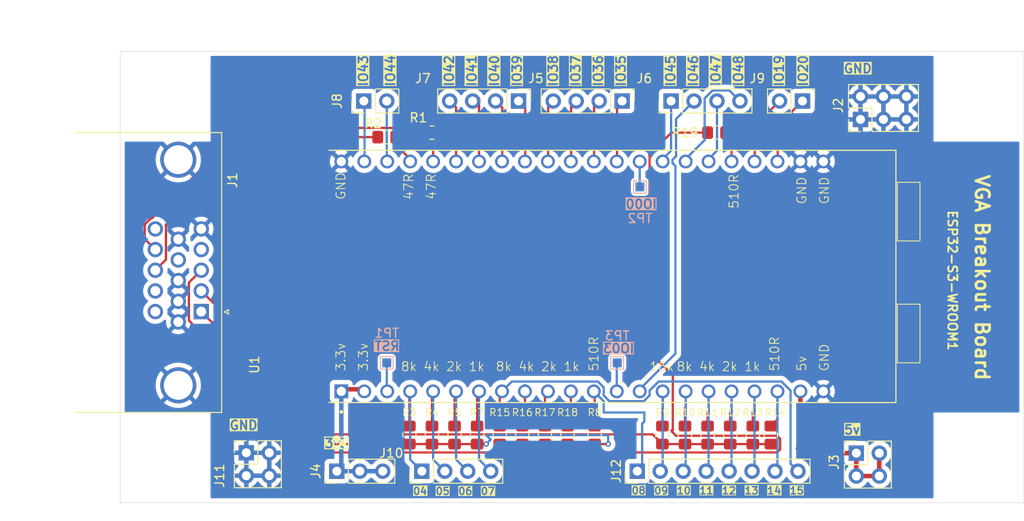
<source format=kicad_pcb>
(kicad_pcb (version 20240108) (generator "pcbnew") (generator_version "8.0")
  (layers (0 "F.Cu" signal) (31 "B.Cu" signal) (34 "B.Paste" user) (35 "F.Paste" user) (36 "B.SilkS" user "B.Silkscreen") (37 "F.SilkS" user "F.Silkscreen") (38 "B.Mask" user) (39 "F.Mask" user) (44 "Edge.Cuts" user))
  (net 0 "")
  (net 1 "HSYNC")
  (net 2 "RED")
  (net 4 "GREEN")
  (net 5 "Net-(J1-Pad13)")
  (net 7 "BLUE")
  (net 9 "Net-(J1-Pad14)")
  (net 12 "VSYNK")
  (net 13 "GND")
  (net 14 "/IO04")
  (net 15 "/IO05")
  (net 16 "/IO06")
  (net 17 "/IO07")
  (net 18 "/IO08")
  (net 19 "/IO09")
  (net 20 "/IO10")
  (net 21 "/IO11")
  (net 22 "/IO12")
  (net 23 "/IO13")
  (net 24 "/IO14")
  (net 25 "/IO15")
  (net 26 "/IO16")
  (net 27 "/IO17")
  (net 28 "/IO18")
  (net 29 "/IO21")
  (net 30 "/RST")
  (net 31 "/IO00")
  (net 32 "/IO03")
  (net 33 "/5v")
  (net 34 "/3v3")
  (net 35 "/IO36")
  (net 36 "/IO35")
  (net 37 "/IO37")
  (net 38 "/IO38")
  (net 39 "/IO45")
  (net 40 "/IO46")
  (net 41 "/IO48")
  (net 42 "/IO47")
  (net 43 "/IO41")
  (net 44 "/IO42")
  (net 45 "/IO39")
  (net 46 "/IO40")
  (net 47 "/IO19")
  (net 48 "/IO44")
  (net 49 "/IO43")
  (net 50 "/IO20")
  (footprint "vga:ESP32-S3-WROOM1" (layer "F.Cu") (at 104.47 74.93 90)
    (property "Reference" "U1")
    (property "Value" "ESP32-S3-DEVKITC-1-N8R2")
  )
  (footprint "Resistor_SMD:R_0805_2012Metric_Pad1.20x1.40mm_HandSolder" (layer "F.Cu") (at 99.5 92.5 90)
    (property "Reference" "R18")
    (property "Value" "1K")
  )
  (footprint "Connector_PinHeader_2.54mm:PinHeader_2x02_P2.54mm_Vertical" (layer "F.Cu") (at 63.96 94.46)
    (property "Reference" "J11")
    (property "Value" "Conn_02x02_Odd_Even")
  )
  (footprint "Library:DSUB-15-L77HDE15SD1CH4F" (layer "F.Cu") (at 45 74.495 90)
    (property "Reference" "J1")
    (property "Value" "DE15_Receptacle_HighDensity_MountingHoles")
  )
  (footprint "Connector_PinHeader_2.54mm:PinHeader_2x02_P2.54mm_Vertical" (layer "F.Cu") (at 131.46 94.5)
    (property "Reference" "J3")
    (property "Value" "Conn_02x02_Odd_Even")
  )
  (footprint "Connector_PinHeader_2.54mm:PinHeader_2x03_P2.54mm_Vertical" (layer "F.Cu") (at 131.92 57.54 90)
    (property "Reference" "J2")
    (property "Value" "Conn_02x03_Counter_Clockwise")
  )
  (footprint "Resistor_SMD:R_0805_2012Metric_Pad1.20x1.40mm_HandSolder" (layer "F.Cu") (at 117.5 92.5 90)
    (property "Reference" "R12")
    (property "Value" "2K")
  )
  (footprint "Resistor_SMD:R_0805_2012Metric_Pad1.20x1.40mm_HandSolder" (layer "F.Cu") (at 84.5 59)
    (property "Reference" "R1")
    (property "Value" "47")
  )
  (footprint "Resistor_SMD:R_0805_2012Metric_Pad1.20x1.40mm_HandSolder" (layer "F.Cu") (at 116 59)
    (property "Reference" "R19")
    (property "Value" "512")
  )
  (footprint "Resistor_SMD:R_0805_2012Metric_Pad1.20x1.40mm_HandSolder" (layer "F.Cu") (at 84.5 92.5 90)
    (property "Reference" "R4")
    (property "Value" "4K")
  )
  (footprint "MountingHole:MountingHole_3.2mm_M3" (layer "F.Cu") (at 55 55)
    (property "Reference" "H3" (hide yes))
    (property "Value" "MountingHole" (hide yes))
  )
  (footprint "Resistor_SMD:R_0805_2012Metric_Pad1.20x1.40mm_HandSolder" (layer "F.Cu") (at 102.5 92.5 90)
    (property "Reference" "R8")
    (property "Value" "512")
  )
  (footprint "Resistor_SMD:R_0805_2012Metric_Pad1.20x1.40mm_HandSolder" (layer "F.Cu") (at 97 92.5 90)
    (property "Reference" "R17")
    (property "Value" "2K")
  )
  (footprint "Resistor_SMD:R_0805_2012Metric_Pad1.20x1.40mm_HandSolder" (layer "F.Cu") (at 120 92.5 90)
    (property "Reference" "R13")
    (property "Value" "1K")
  )
  (footprint "Resistor_SMD:R_0805_2012Metric_Pad1.20x1.40mm_HandSolder" (layer "F.Cu") (at 110 92.5 90)
    (property "Reference" "R9")
    (property "Value" "16K")
  )
  (footprint "Resistor_SMD:R_0805_2012Metric_Pad1.20x1.40mm_HandSolder" (layer "F.Cu") (at 112.5 92.5 90)
    (property "Reference" "R10")
    (property "Value" "8K")
  )
  (footprint "Connector_PinHeader_2.54mm:PinHeader_1x03_P2.54mm_Vertical" (layer "F.Cu") (at 73.975 96.5 90)
    (property "Reference" "J4")
    (property "Value" "Conn_01x03")
  )
  (footprint "MountingHole:MountingHole_3.2mm_M3" (layer "F.Cu") (at 55 95)
    (property "Reference" "H3" (hide yes))
    (property "Value" "MountingHole" (hide yes))
  )
  (footprint "Connector_PinHeader_2.54mm:PinHeader_1x02_P2.54mm_Vertical" (layer "F.Cu") (at 125.5 55.5 -90)
    (property "Reference" "J9")
    (property "Value" "Conn_01x02")
  )
  (footprint "Resistor_SMD:R_0805_2012Metric_Pad1.20x1.40mm_HandSolder" (layer "F.Cu") (at 89.5 92.5 90)
    (property "Reference" "R7")
    (property "Value" "1K")
  )
  (footprint "MountingHole:MountingHole_3.2mm_M3" (layer "F.Cu") (at 145 95)
    (property "Reference" "H3" (hide yes))
    (property "Value" "MountingHole" (hide yes))
  )
  (footprint "Resistor_SMD:R_0805_2012Metric_Pad1.20x1.40mm_HandSolder" (layer "F.Cu") (at 94.5 92.5 90)
    (property "Reference" "R16")
    (property "Value" "4K")
  )
  (footprint "Resistor_SMD:R_0805_2012Metric_Pad1.20x1.40mm_HandSolder" (layer "F.Cu") (at 122 92.5 90)
    (property "Reference" "R14")
    (property "Value" "512")
  )
  (footprint "MountingHole:MountingHole_3.2mm_M3" (layer "F.Cu") (at 145 55)
    (property "Reference" "H3" (hide yes))
    (property "Value" "MountingHole" (hide yes))
  )
  (footprint "Resistor_SMD:R_0805_2012Metric_Pad1.20x1.40mm_HandSolder" (layer "F.Cu") (at 115 92.5 90)
    (property "Reference" "R11")
    (property "Value" "4K")
  )
  (footprint "Resistor_SMD:R_0805_2012Metric_Pad1.20x1.40mm_HandSolder" (layer "F.Cu") (at 82 92.5 90)
    (property "Reference" "R3")
    (property "Value" "8K")
  )
  (footprint "Connector_PinHeader_2.54mm:PinHeader_1x08_P2.54mm_Vertical" (layer "F.Cu") (at 107.22 96.5 90)
    (property "Reference" "J12")
    (property "Value" "Conn_01x08")
  )
  (footprint "Connector_PinHeader_2.54mm:PinHeader_1x02_P2.54mm_Vertical" (layer "F.Cu") (at 76.96 55.5 90)
    (property "Reference" "J8")
    (property "Value" "Conn_01x02")
  )
  (footprint "Connector_PinHeader_2.54mm:PinHeader_1x04_P2.54mm_Vertical" (layer "F.Cu") (at 94.08 55.5 -90)
    (property "Reference" "J7")
    (property "Value" "Conn_01x04")
  )
  (footprint "Connector_PinHeader_2.54mm:PinHeader_1x04_P2.54mm_Vertical" (layer "F.Cu") (at 105.54 55.5 -90)
    (property "Reference" "J5")
    (property "Value" "Conn_01x04")
  )
  (footprint "Connector_PinHeader_2.54mm:PinHeader_1x04_P2.54mm_Vertical" (layer "F.Cu") (at 83.38 96.5 90)
    (property "Reference" "J10")
    (property "Value" "Conn_01x04")
  )
  (footprint "Resistor_SMD:R_0805_2012Metric_Pad1.20x1.40mm_HandSolder" (layer "F.Cu") (at 79.5 59.5)
    (property "Reference" "R2")
    (property "Value" "47")
  )
  (footprint "Resistor_SMD:R_0805_2012Metric_Pad1.20x1.40mm_HandSolder" (layer "F.Cu") (at 92 92.5 90)
    (property "Reference" "R15")
    (property "Value" "8K")
  )
  (footprint "Resistor_SMD:R_0805_2012Metric_Pad1.20x1.40mm_HandSolder" (layer "F.Cu") (at 87 92.5 90)
    (property "Reference" "R5")
    (property "Value" "2K")
  )
  (footprint "Connector_PinHeader_2.54mm:PinHeader_1x04_P2.54mm_Vertical" (layer "F.Cu") (at 110.96 55.5 90)
    (property "Reference" "J6")
    (property "Value" "Conn_01x04")
  )
  (footprint "TestPoint:TestPoint_Pad_1.0x1.0mm" (layer "B.Cu") (at 79.5 84.5 180)
    (property "Reference" "TP1")
    (property "Value" "TestPoint")
  )
  (footprint "TestPoint:TestPoint_Pad_1.0x1.0mm" (layer "B.Cu") (at 105 84.5 180)
    (property "Reference" "TP3")
    (property "Value" "TestPoint")
  )
  (footprint "TestPoint:TestPoint_Pad_1.0x1.0mm" (layer "B.Cu") (at 107.51 65.01 180)
    (property "Reference" "TP2")
    (property "Value" "TestPoint")
  )
  (gr_rect (start 136 64.5) (end 138.5 71) (stroke (width 0.1)) (fill none) (layer "F.SilkS"))
  (gr_rect (start 136 78) (end 138.5 84.5) (stroke (width 0.1)) (fill none) (layer "F.SilkS"))
  (gr_rect (start 50 50) (end 150 100) (stroke (width 0.05)) (fill none) (layer "Edge.Cuts"))
  (gr_text "IO03" (at 107 83.5 0) (layer "B.SilkS" knockout) (effects (font (size 1 1) (thickness 0.2) (bold yes)) (justify left bottom mirror)))
  (gr_text "RST" (at 81.023086 83.232799 0) (layer "B.SilkS" knockout) (effects (font (size 1 1) (thickness 0.2) (bold yes)) (justify left bottom mirror)))
  (gr_text "IO00" (at 109.51 67.51 0) (layer "B.SilkS" knockout) (effects (font (size 1 1) (thickness 0.2) (bold yes)) (justify left bottom mirror)))
  (gr_text "ESP32-S3-WROOM1 " (at 141.5 67.5 270) (layer "F.SilkS") (effects (font (size 1 1) (thickness 0.2) (bold yes)) (justify left bottom)))
  (gr_text "2k" (at 116.5 85.5 0) (layer "F.SilkS") (effects (font (size 1 1) (thickness 0.1)) (justify left bottom)))
  (gr_text "IO43" (at 77.5 54 90) (layer "F.SilkS" knockout) (effects (font (size 1 1) (thickness 0.2) (bold yes)) (justify left bottom)))
  (gr_text "IO38" (at 98.5 54 90) (layer "F.SilkS" knockout) (effects (font (size 1 1) (thickness 0.2) (bold yes)) (justify left bottom)))
  (gr_text "14" (at 121.5 99.126434 0) (layer "F.SilkS" knockout) (effects (font (size 0.8 0.8) (thickness 0.16) (bold yes)) (justify left bottom)))
  (gr_text "15" (at 124 99.126434 0) (layer "F.SilkS" knockout) (effects (font (size 0.8 0.8) (thickness 0.16) (bold yes)) (justify left bottom)))
  (gr_text "IO36" (at 103.5 54 90) (layer "F.SilkS" knockout) (effects (font (size 1 1) (thickness 0.2) (bold yes)) (justify left bottom)))
  (gr_text "5v" (at 130 92.5 0) (layer "F.SilkS" knockout) (effects (font (size 1 1) (thickness 0.2) (bold yes)) (justify left bottom)))
  (gr_text "IO48" (at 119 54 90) (layer "F.SilkS" knockout) (effects (font (size 1 1) (thickness 0.2) (bold yes)) (justify left bottom)))
  (gr_text "8k" (at 91.5 85.5 0) (layer "F.SilkS") (effects (font (size 1 1) (thickness 0.1)) (justify left bottom)))
  (gr_text "IO47" (at 116.5 54 90) (layer "F.SilkS" knockout) (effects (font (size 1 1) (thickness 0.2) (bold yes)) (justify left bottom)))
  (gr_text "VGA Breakout Board" (at 144.5 63.5 -90) (layer "F.SilkS") (effects (font (size 1.5 1.5) (thickness 0.3) (bold yes)) (justify left bottom)))
  (gr_text "3.3v" (at 75 85.5 90) (layer "F.SilkS") (effects (font (size 1 1) (thickness 0.1)) (justify left bottom)))
  (gr_text "IO45" (at 111.5 54 90) (layer "F.SilkS" knockout) (effects (font (size 1 1) (thickness 0.2) (bold yes)) (justify left bottom)))
  (gr_text "IO39" (at 94.5 54 90) (layer "F.SilkS" knockout) (effects (font (size 1 1) (thickness 0.2) (bold yes)) (justify left bottom)))
  (gr_text "IO41\n" (at 89.5 54 90) (layer "F.SilkS" knockout) (effects (font (size 1 1) (thickness 0.2) (bold yes)) (justify left bottom)))
  (gr_text "IO46" (at 114 54 90) (layer "F.SilkS" knockout) (effects (font (size 1 1) (thickness 0.2) (bold yes)) (justify left bottom)))
  (gr_text "GND" (at 128.5 85.5 90) (layer "F.SilkS") (effects (font (size 1 1) (thickness 0.1)) (justify left bottom)))
  (gr_text "GND" (at 62 92 0) (layer "F.SilkS" knockout) (effects (font (size 1 1) (thickness 0.2) (bold yes)) (justify left bottom)))
  (gr_text "1k" (at 119 85.5 0) (layer "F.SilkS") (effects (font (size 1 1) (thickness 0.1)) (justify left bottom)))
  (gr_text "GND" (at 75 66.5 90) (layer "F.SilkS") (effects (font (size 1 1) (thickness 0.1)) (justify left bottom)))
  (gr_text "12" (at 116.5 99.126434 0) (layer "F.SilkS" knockout) (effects (font (size 0.8 0.8) (thickness 0.16) (bold yes)) (justify left bottom)))
  (gr_text "16k" (at 108.5 85.5 0) (layer "F.SilkS") (effects (font (size 1 1) (thickness 0.1)) (justify left bottom)))
  (gr_text "4k" (at 83.5 85.5 0) (layer "F.SilkS") (effects (font (size 1 1) (thickness 0.1)) (justify left bottom)))
  (gr_text "1k" (at 99 85.5 0) (layer "F.SilkS") (effects (font (size 1 1) (thickness 0.1)) (justify left bottom)))
  (gr_text "GND" (at 129.96 52.5 0) (layer "F.SilkS" knockout) (effects (font (size 1 1) (thickness 0.2) (bold yes)) (justify left bottom)))
  (gr_text "10" (at 111.5 99.126434 0) (layer "F.SilkS" knockout) (effects (font (size 0.8 0.8) (thickness 0.16) (bold yes)) (justify left bottom)))
  (gr_text "IO19\n" (at 123.5 54 90) (layer "F.SilkS" knockout) (effects (font (size 1 1) (thickness 0.2) (bold yes)) (justify left bottom)))
  (gr_text "IO42" (at 87 54 90) (layer "F.SilkS" knockout) (effects (font (size 1 1) (thickness 0.2) (bold yes)) (justify left bottom)))
  (gr_text "IO40\n" (at 92 54 90) (layer "F.SilkS" knockout) (effects (font (size 1 1) (thickness 0.2) (bold yes)) (justify left bottom)))
  (gr_text "11" (at 114 99.126434 0) (layer "F.SilkS" knockout) (effects (font (size 0.8 0.8) (thickness 0.16) (bold yes)) (justify left bottom)))
  (gr_text "GND" (at 126 67 90) (layer "F.SilkS") (effects (font (size 1 1) (thickness 0.1)) (justify left bottom)))
  (gr_text "13" (at 119 99.126434 0) (layer "F.SilkS" knockout) (effects (font (size 0.8 0.8) (thickness 0.16) (bold yes)) (justify left bottom)))
  (gr_text "IO20" (at 126.165 54 90) (layer "F.SilkS" knockout) (effects (font (size 1 1) (thickness 0.2) (bold yes)) (justify left bottom)))
  (gr_text "05" (at 84.819423 99.192387 0) (layer "F.SilkS" knockout) (effects (font (size 0.8 0.8) (thickness 0.16) (bold yes)) (justify left bottom)))
  (gr_text "08" (at 106.5 99.126434 0) (layer "F.SilkS" knockout) (effects (font (size 0.8 0.8) (thickness 0.16) (bold yes)) (justify left bottom)))
  (gr_text "47R" (at 82.5 66.5 90) (layer "F.SilkS") (effects (font (size 1 1) (thickness 0.1)) (justify left bottom)))
  (gr_text "4k" (at 114 85.5 0) (layer "F.SilkS") (effects (font (size 1 1) (thickness 0.1)) (justify left bottom)))
  (gr_text "4k" (at 94 85.5 0) (layer "F.SilkS") (effects (font (size 1 1) (thickness 0.1)) (justify left bottom)))
  (gr_text "3v3" (at 72.5 94 0) (layer "F.SilkS" knockout) (effects (font (size 1 1) (thickness 0.2) (bold yes)) (justify left bottom)))
  (gr_text "GND" (at 128.5 67 90) (layer "F.SilkS") (effects (font (size 1 1) (thickness 0.1)) (justify left bottom)))
  (gr_text "2k" (at 86 85.5 0) (layer "F.SilkS") (effects (font (size 1 1) (thickness 0.1)) (justify left bottom)))
  (gr_text "510R" (at 103 85.5 90) (layer "F.SilkS") (effects (font (size 1 1) (thickness 0.1)) (justify left bottom)))
  (gr_text "510R" (at 123 85.5 90) (layer "F.SilkS") (effects (font (size 1 1) (thickness 0.1)) (justify left bottom)))
  (gr_text "5v" (at 126 85.5 90) (layer "F.SilkS") (effects (font (size 1 1) (thickness 0.1)) (justify left bottom)))
  (gr_text "IO37" (at 101 54 90) (layer "F.SilkS" knockout) (effects (font (size 1 1) (thickness 0.2) (bold yes)) (justify left bottom)))
  (gr_text "47R" (at 85 66.5 90) (layer "F.SilkS") (effects (font (size 1 1) (thickness 0.1)) (justify left bottom)))
  (gr_text "8k" (at 111.5 85.5 0) (layer "F.SilkS") (effects (font (size 1 1) (thickness 0.1)) (justify left bottom)))
  (gr_text "09" (at 109 99.126434 0) (layer "F.SilkS" knockout) (effects (font (size 0.8 0.8) (thickness 0.16) (bold yes)) (justify left bottom)))
  (gr_text "IO35" (at 106 54 90) (layer "F.SilkS" knockout) (effects (font (size 1 1) (thickness 0.2) (bold yes)) (justify left bottom)))
  (gr_text "IO44" (at 80.5 54 90) (layer "F.SilkS" knockout) (effects (font (size 1 1) (thickness 0.2) (bold yes)) (justify left bottom)))
  (gr_text "06" (at 87.319423 99.192387 0) (layer "F.SilkS" knockout) (effects (font (size 0.8 0.8) (thickness 0.16) (bold yes)) (justify left bottom)))
  (gr_text "2k" (at 96.5 85.5 0) (layer "F.SilkS") (effects (font (size 1 1) (thickness 0.1)) (justify left bottom)))
  (gr_text "3.3v" (at 77.5 85.5 90) (layer "F.SilkS") (effects (font (size 1 1) (thickness 0.1)) (justify left bottom)))
  (gr_text "07" (at 89.819423 99.192387 0) (layer "F.SilkS" knockout) (effects (font (size 0.8 0.8) (thickness 0.16) (bold yes)) (justify left bottom)))
  (gr_text "1k" (at 88.5 85.5 0) (layer "F.SilkS") (effects (font (size 1 1) (thickness 0.1)) (justify left bottom)))
  (gr_text "8k" (at 81 85.5 0) (layer "F.SilkS") (effects (font (size 1 1) (thickness 0.1)) (justify left bottom)))
  (gr_text "510R" (at 118.5 67.5 90) (layer "F.SilkS") (effects (font (size 1 1) (thickness 0.1)) (justify left bottom)))
  (gr_text "04" (at 82.319423 99.192387 0) (layer "F.SilkS" knockout) (effects (font (size 0.8 0.8) (thickness 0.16) (bold yes)) (justify left bottom)))
  (segment (start 80.5 59.5) (end 80.5 60.34) (width 0.25) (layer "F.Cu") (net 1))
  (segment (start 80.5 60.34) (end 82.09 61.93) (width 0.25) (layer "F.Cu") (net 1))
  (segment (start 102.5 93.5) (end 104 93.5) (width 0.25) (layer "F.Cu") (net 2))
  (segment (start 82 93.5) (end 89.5 93.5) (width 0.25) (layer "F.Cu") (net 2))
  (segment (start 82 93.5) (end 72.5 93.5) (width 0.25) (layer "F.Cu") (net 2))
  (segment (start 72.145 92) (end 72.145 93.145) (width 0.25) (layer "F.Cu") (net 2))
  (segment (start 58.97 78.825) (end 72.145 92) (width 0.25) (layer "F.Cu") (net 2))
  (segment (start 89.5 93.5) (end 90.5 93.5) (width 0.25) (layer "F.Cu") (net 2))
  (segment (start 72.145 93.145) (end 72.5 93.5) (width 0.25) (layer "F.Cu") (net 2))
  (via (at 90.5 93.5) (size 0.6) (drill 0.3) (layers "F.Cu" "B.Cu") (net 2))
  (via (at 104 93.5) (size 0.6) (drill 0.3) (layers "F.Cu" "B.Cu") (net 2))
  (segment (start 104 93.5) (end 104 92.5) (width 0.25) (layer "B.Cu") (net 2))
  (segment (start 104 92.5) (end 90.5 92.5) (width 0.25) (layer "B.Cu") (net 2))
  (segment (start 90.5 92.5) (end 91 93) (width 0.25) (layer "B.Cu") (net 2))
  (segment (start 90.5 93.5) (end 91 93) (width 0.25) (layer "B.Cu") (net 2))
  (segment (start 73.36 92.285) (end 73.5 92.425) (width 0.25) (layer "F.Cu") (net 4))
  (segment (start 73.36 90.925) (end 73.36 92.285) (width 0.25) (layer "F.Cu") (net 4))
  (segment (start 108.925 92.425) (end 73.5 92.425) (width 0.25) (layer "F.Cu") (net 4))
  (segment (start 73.5 92.425) (end 73.36 92.425) (width 0.25) (layer "F.Cu") (net 4))
  (segment (start 73.36 90.925) (end 58.97 76.535) (width 0.25) (layer "F.Cu") (net 4))
  (segment (start 122 93.5) (end 110 93.5) (width 0.25) (layer "F.Cu") (net 4))
  (segment (start 110 93.5) (end 108.925 92.425) (width 0.25) (layer "F.Cu") (net 4))
  (segment (start 78.5 59.5) (end 66 59.5) (width 0.25) (layer "F.Cu") (net 5))
  (segment (start 55.065 73.07) (end 53.89 74.245) (width 0.25) (layer "F.Cu") (net 5))
  (segment (start 66 59.5) (end 56.321701 69.178299) (width 0.25) (layer "F.Cu") (net 5))
  (segment (start 56.321701 69.178299) (end 55.065 69.178299) (width 0.25) (layer "F.Cu") (net 5))
  (segment (start 55.065 69.178299) (end 55.065 73.07) (width 0.25) (layer "F.Cu") (net 5))
  (segment (start 111.0299 91.9701) (end 111.0299 92.1) (width 0.25) (layer "F.Cu") (net 7))
  (segment (start 111.120746 85.879254) (end 111.15 85.908507) (width 0.25) (layer "F.Cu") (net 7))
  (segment (start 123.025 92.9049) (end 123.025 94.0951) (width 0.25) (layer "F.Cu") (net 7))
  (segment (start 108.58 83.338508) (end 111.120746 85.879254) (width 0.25) (layer "F.Cu") (net 7))
  (segment (start 123.025 94.0951) (end 122.6951 94.425) (width 0.25) (layer "F.Cu") (net 7))
  (segment (start 92 93.5) (end 99.375 93.5) (width 0.25) (layer "F.Cu") (net 7))
  (segment (start 122.6951 92.575) (end 123.025 92.9049) (width 0.25) (layer "F.Cu") (net 7))
  (segment (start 111.15 91.9701) (end 111.0299 91.9701) (width 0.25) (layer "F.Cu") (net 7))
  (segment (start 70.72 92.925) (end 57.605 79.81) (width 0.25) (layer "F.Cu") (net 7))
  (segment (start 111 59) (end 115 59) (width 0.25) (layer "F.Cu") (net 7))
  (segment (start 92 93.5) (end 91.075 94.425) (width 0.25) (layer "F.Cu") (net 7))
  (segment (start 108.58 61.478507) (end 108.550747 61.449253) (width 0.25) (layer "F.Cu") (net 7))
  (segment (start 91.075 94.425) (end 70.72 94.425) (width 0.25) (layer "F.Cu") (net 7))
  (segment (start 57.605 75.61) (end 58.97 74.245) (width 0.25) (layer "F.Cu") (net 7))
  (segment (start 111.0299 92.1) (end 111.5049 92.575) (width 0.25) (layer "F.Cu") (net 7))
  (segment (start 108.550747 61.449253) (end 111 59) (width 0.25) (layer "F.Cu") (net 7))
  (segment (start 100.425 94.425) (end 99.5 93.5) (width 0.25) (layer "F.Cu") (net 7))
  (segment (start 57.605 79.81) (end 57.605 75.61) (width 0.25) (layer "F.Cu") (net 7))
  (segment (start 108.550747 61.449253) (end 108.58 61.478506) (width 0.25) (layer "F.Cu") (net 7))
  (segment (start 122.6951 94.425) (end 100.425 94.425) (width 0.25) (layer "F.Cu") (net 7))
  (segment (start 111.15 85.908507) (end 111.15 91.9701) (width 0.25) (layer "F.Cu") (net 7))
  (segment (start 111.5049 92.575) (end 122.6951 92.575) (width 0.25) (layer "F.Cu") (net 7))
  (segment (start 108.58 61.478506) (end 108.58 83.338508) (width 0.25) (layer "F.Cu") (net 7))
  (segment (start 70.72 92.925) (end 70.72 94.425) (width 0.25) (layer "F.Cu") (net 7))
  (segment (start 63.525 58.475) (end 53.51 68.49) (width 0.25) (layer "F.Cu") (net 9))
  (segment (start 52.715 70.78) (end 53.89 71.955) (width 0.25) (layer "F.Cu") (net 9))
  (segment (start 52.715 69.178299) (end 52.715 70.78) (width 0.25) (layer "F.Cu") (net 9))
  (segment (start 53.51 68.49) (end 53.403299 68.49) (width 0.25) (layer "F.Cu") (net 9))
  (segment (start 83.5 59) (end 82.975 58.475) (width 0.25) (layer "F.Cu") (net 9))
  (segment (start 82.975 58.475) (end 63.525 58.475) (width 0.25) (layer "F.Cu") (net 9))
  (segment (start 53.403299 68.49) (end 52.715 69.178299) (width 0.25) (layer "F.Cu") (net 9))
  (segment (start 84.63 61.93) (end 84.63 59.87) (width 0.25) (layer "F.Cu") (net 12))
  (segment (start 84.63 59.87) (end 85.5 59) (width 0.25) (layer "F.Cu") (net 12))
  (segment (start 82 87.52) (end 82 91.5) (width 0.25) (layer "F.Cu") (net 14))
  (segment (start 82.09 87.43) (end 82 87.52) (width 0.25) (layer "F.Cu") (net 14))
  (segment (start 82.09 87.66) (end 82.09 95.21) (width 0.25) (layer "B.Cu") (net 14))
  (segment (start 82.09 95.21) (end 83.38 96.5) (width 0.25) (layer "B.Cu") (net 14))
  (segment (start 84.5 87.56) (end 84.5 91.5) (width 0.25) (layer "F.Cu") (net 15))
  (segment (start 84.63 87.43) (end 84.5 87.56) (width 0.25) (layer "F.Cu") (net 15))
  (segment (start 84.63 87.66) (end 84.63 95.21) (width 0.25) (layer "B.Cu") (net 15))
  (segment (start 84.63 95.21) (end 85.92 96.5) (width 0.25) (layer "B.Cu") (net 15))
  (segment (start 87 87.6) (end 87.17 87.43) (width 0.25) (layer "F.Cu") (net 16))
  (segment (start 87 91.5) (end 87 87.6) (width 0.25) (layer "F.Cu") (net 16))
  (segment (start 87.17 91.33) (end 87 91.5) (width 0.25) (layer "F.Cu") (net 16))
  (segment (start 87.17 87.66) (end 87.17 95.21) (width 0.25) (layer "B.Cu") (net 16))
  (segment (start 87.17 95.21) (end 88.46 96.5) (width 0.25) (layer "B.Cu") (net 16))
  (segment (start 89.5 87.64) (end 89.71 87.43) (width 0.25) (layer "F.Cu") (net 17))
  (segment (start 89.5 91.5) (end 89.5 87.64) (width 0.25) (layer "F.Cu") (net 17))
  (segment (start 89.71 87.66) (end 89.71 95.21) (width 0.25) (layer "B.Cu") (net 17))
  (segment (start 89.71 95.21) (end 91 96.5) (width 0.25) (layer "B.Cu") (net 17))
  (segment (start 102.41 87.43) (end 102.5 87.52) (width 0.25) (layer "F.Cu") (net 18))
  (segment (start 102.5 87.52) (end 102.5 91.5) (width 0.25) (layer "F.Cu") (net 18))
  (segment (start 108 91) (end 107.76 91.24) (width 0.25) (layer "B.Cu") (net 18))
  (segment (start 107.76 91.24) (end 107.76 96.5) (width 0.25) (layer "B.Cu") (net 18))
  (segment (start 108 90) (end 108 91) (width 0.25) (layer "B.Cu") (net 18))
  (segment (start 103.5 90) (end 108 90) (width 0.25) (layer "B.Cu") (net 18))
  (segment (start 103.5 88.75) (end 103.5 90) (width 0.25) (layer "B.Cu") (net 18))
  (segment (start 102.41 87.66) (end 103.5 88.75) (width 0.25) (layer "B.Cu") (net 18))
  (segment (start 110.06 91.44) (end 110 91.5) (width 0.25) (layer "F.Cu") (net 19))
  (segment (start 110 89.56) (end 110 91.5) (width 0.25) (layer "F.Cu") (net 19))
  (segment (start 110 89.56) (end 110.03 89.53) (width 0.25) (layer "F.Cu") (net 19))
  (segment (start 110.03 89.53) (end 110.03 87.43) (width 0.25) (layer "F.Cu") (net 19))
  (segment (start 110.03 96.15) (end 110.38 96.5) (width 0.25) (layer "B.Cu") (net 19))
  (segment (start 110.03 87.66) (end 110.03 96.15) (width 0.25) (layer "B.Cu") (net 19))
  (segment (start 112.5 91.5) (end 112.5 89.5) (width 0.25) (layer "F.Cu") (net 20))
  (segment (start 112.5 89.5) (end 112.57 89.43) (width 0.25) (layer "F.Cu") (net 20))
  (segment (start 112.57 89.43) (end 112.57 87.43) (width 0.25) (layer "F.Cu") (net 20))
  (segment (start 112.6 91.4) (end 112.5 91.5) (width 0.25) (layer "F.Cu") (net 20))
  (segment (start 112.57 87.66) (end 112.57 96.15) (width 0.25) (layer "B.Cu") (net 20))
  (segment (start 112.57 96.15) (end 112.92 96.5) (width 0.25) (layer "B.Cu") (net 20))
  (segment (start 115 90) (end 115 91.5) (width 0.25) (layer "F.Cu") (net 21))
  (segment (start 115.11 89.83) (end 115.11 87.43) (width 0.25) (layer "F.Cu") (net 21))
  (segment (start 115.14 89.86) (end 115.11 89.83) (width 0.25) (layer "F.Cu") (net 21))
  (segment (start 115.14 91.36) (end 115 91.5) (width 0.25) (layer "F.Cu") (net 21))
  (segment (start 115.14 89.86) (end 115 90) (width 0.25) (layer "F.Cu") (net 21))
  (segment (start 115.11 87.66) (end 115.11 96.15) (width 0.25) (layer "B.Cu") (net 21))
  (segment (start 115.11 96.15) (end 115.46 96.5) (width 0.25) (layer "B.Cu") (net 21))
  (segment (start 117.68 89.82) (end 117.65 89.79) (width 0.25) (layer "F.Cu") (net 22))
  (segment (start 117.68 89.82) (end 117.5 90) (width 0.25) (layer "F.Cu") (net 22))
  (segment (start 117.5 90) (end 117.5 91.5) (width 0.25) (layer "F.Cu") (net 22))
  (segment (start 117.68 91.32) (end 117.5 91.5) (width 0.25) (layer "F.Cu") (net 22))
  (segment (start 117.65 89.79) (end 117.65 87.43) (width 0.25) (layer "F.Cu") (net 22))
  (segment (start 117.65 87.66) (end 117.65 96.15) (width 0.25) (layer "B.Cu") (net 22))
  (segment (start 117.65 96.15) (end 118 96.5) (width 0.25) (layer "B.Cu") (net 22))
  (segment (start 120.19 89.75) (end 120.19 87.43) (width 0.25) (layer "F.Cu") (net 23))
  (segment (start 120 90) (end 120 91.5) (width 0.25) (layer "F.Cu") (net 23))
  (segment (start 120.22 89.78) (end 120 90) (width 0.25) (layer "F.Cu") (net 23))
  (segment (start 120.22 91.28) (end 120 91.5) (width 0.25) (layer "F.Cu") (net 23))
  (segment (start 120.22 89.78) (end 120.19 89.75) (width 0.25) (layer "F.Cu") (net 23))
  (segment (start 120.19 87.66) (end 120.19 96.33) (width 0.25) (layer "B.Cu") (net 23))
  (segment (start 120.19 96.33) (end 120.335 96.475) (width 0.2) (layer "B.Cu") (net 23))
  (segment (start 122.73 90.71) (end 122.73 87.43) (width 0.25) (layer "F.Cu") (net 24))
  (segment (start 122.76 90.74) (end 122 91.5) (width 0.25) (layer "F.Cu") (net 24))
  (segment (start 122.76 90.74) (end 122.73 90.71) (width 0.25) (layer "F.Cu") (net 24))
  (segment (start 122.73 96.33) (end 122.875 96.475) (width 0.2) (layer "B.Cu") (net 24))
  (segment (start 122.73 87.66) (end 122.73 96.33) (width 0.25) (layer "B.Cu") (net 24))
  (segment (start 92 87.68) (end 92 91.5) (width 0.25) (layer "F.Cu") (net 25))
  (segment (start 92.25 87.43) (end 92 87.68) (width 0.25) (layer "F.Cu") (net 25))
  (segment (start 124.18 95.68) (end 125 96.5) (width 0.25) (layer "B.Cu") (net 25))
  (segment (start 103.5 87.208507) (end 103.5 88.111493) (width 0.25) (layer "B.Cu") (net 25))
  (segment (start 124.18 87.568507) (end 124.18 95.68) (width 0.25) (layer "B.Cu") (net 25))
  (segment (start 109.578507 86.57) (end 123.181493 86.57) (width 0.25) (layer "B.Cu") (net 25))
  (segment (start 107.941493 88.75) (end 108.58 88.111493) (width 0.25) (layer "B.Cu") (net 25))
  (segment (start 103.5 88.111493) (end 104.138507 88.75) (width 0.25) (layer "B.Cu") (net 25))
  (segment (start 93.34 86.57) (end 102.861493 86.57) (width 0.25) (layer "B.Cu") (net 25))
  (segment (start 108.58 87.568507) (end 109.578507 86.57) (width 0.25) (layer "B.Cu") (net 25))
  (segment (start 123.181493 86.57) (end 124.18 87.568507) (width 0.25) (layer "B.Cu") (net 25))
  (segment (start 92.25 87.66) (end 93.34 86.57) (width 0.25) (layer "B.Cu") (net 25))
  (segment (start 104.138507 88.75) (end 107.941493 88.75) (width 0.25) (layer "B.Cu") (net 25))
  (segment (start 108.58 88.111493) (end 108.58 87.568507) (width 0.25) (layer "B.Cu") (net 25))
  (segment (start 102.861493 86.57) (end 103.5 87.208507) (width 0.25) (layer "B.Cu") (net 25))
  (segment (start 94.79 91.21) (end 94.5 91.5) (width 0.25) (layer "F.Cu") (net 26))
  (segment (start 94.79 86.97) (end 94.79 91.21) (width 0.25) (layer "F.Cu") (net 26))
  (segment (start 97 87.76) (end 97 91.5) (width 0.25) (layer "F.Cu") (net 27))
  (segment (start 97.33 87.43) (end 97 87.76) (width 0.25) (layer "F.Cu") (net 27))
  (segment (start 99.87 91.13) (end 99.5 91.5) (width 0.25) (layer "F.Cu") (net 28))
  (segment (start 99.87 87.13) (end 99.87 91.13) (width 0.25) (layer "F.Cu") (net 28))
  (segment (start 117.65 60.65) (end 117.65 61.93) (width 0.25) (layer "F.Cu") (net 29))
  (segment (start 117 59) (end 117 60) (width 0.25) (layer "F.Cu") (net 29))
  (segment (start 117 60) (end 117.65 60.65) (width 0.25) (layer "F.Cu") (net 29))
  (segment (start 79.5 87.61) (end 79.55 87.66) (width 0.25) (layer "B.Cu") (net 30))
  (segment (start 79.5 84.5) (end 79.5 87.61) (width 0.25) (layer "B.Cu") (net 30))
  (segment (start 107.49 62.2) (end 107.49 64.99) (width 0.25) (layer "B.Cu") (net 31))
  (segment (start 107.49 64.99) (end 107.51 65.01) (width 0.25) (layer "B.Cu") (net 31))
  (segment (start 107.5 65) (end 107.51 65.01) (width 0.25) (layer "B.Cu") (net 31))
  (segment (start 104.95 84.55) (end 105 84.5) (width 0.25) (layer "B.Cu") (net 32))
  (segment (start 104.95 87.66) (end 104.95 84.55) (width 0.25) (layer "B.Cu") (net 32))
  (segment (start 134 94.5) (end 134 97.04) (width 0.5) (layer "F.Cu") (net 33))
  (segment (start 125.27 93.73) (end 125 94) (width 0.5) (layer "F.Cu") (net 33))
  (segment (start 131.46 97.04) (end 134 97.04) (width 0.5) (layer "F.Cu") (net 33))
  (segment (start 125 94) (end 125.5 94.5) (width 0.5) (layer "F.Cu") (net 33))
  (segment (start 125.5 94.5) (end 131.46 94.5) (width 0.5) (layer "F.Cu") (net 33))
  (segment (start 125.27 87.66) (end 125.27 93.73) (width 0.5) (layer "F.Cu") (net 33))
  (segment (start 125.27 87.43) (end 125.3 87.46) (width 0.5) (layer "F.Cu") (net 33))
  (segment (start 131.46 94.5) (end 131.46 97.04) (width 0.5) (layer "F.Cu") (net 33))
  (segment (start 74.47 87.43) (end 77.01 87.43) (width 0.5) (layer "F.Cu") (net 34))
  (segment (start 74.47 96.945) (end 74.5 96.975) (width 0.5) (layer "B.Cu") (net 34))
  (segment (start 74.5 96.975) (end 74.475 97) (width 0.25) (layer "B.Cu") (net 34))
  (segment (start 74.475 96.5) (end 79.555 96.5) (width 0.5) (layer "B.Cu") (net 34))
  (segment (start 74.47 87.43) (end 74.47 96.945) (width 0.5) (layer "B.Cu") (net 34))
  (segment (start 102.44 61.93) (end 102.44 56.06) (width 0.25) (layer "F.Cu") (net 35))
  (segment (start 102.44 56.06) (end 103 55.5) (width 0.25) (layer "F.Cu") (net 35))
  (segment (start 104.98 61.93) (end 104.98 56.06) (width 0.25) (layer "F.Cu") (net 36))
  (segment (start 104.98 56.06) (end 105.54 55.5) (width 0.25) (layer "F.Cu") (net 36))
  (segment (start 99.9 61.93) (end 99.9 56.06) (width 0.25) (layer "F.Cu") (net 37))
  (segment (start 99.9 56.06) (end 100.46 55.5) (width 0.25) (layer "F.Cu") (net 37))
  (segment (start 97.36 56.06) (end 97.92 55.5) (width 0.25) (layer "F.Cu") (net 38))
  (segment (start 97.36 61.93) (end 97.36 56.06) (width 0.25) (layer "F.Cu") (net 38))
  (segment (start 110.96 55.5) (end 110.96 61) (width 0.25) (layer "B.Cu") (net 39))
  (segment (start 110.96 61) (end 110.03 61.93) (width 0.25) (layer "B.Cu") (net 39))
  (segment (start 111.51 57.49) (end 113.5 55.5) (width 0.25) (layer "B.Cu") (net 40))
  (segment (start 111.12 62) (end 111.51 61.61) (width 0.25) (layer "B.Cu") (net 40))
  (segment (start 111.51 61.61) (end 111.51 57.49) (width 0.25) (layer "B.Cu") (net 40))
  (segment (start 111.44 83.48) (end 111.44 62.701493) (width 0.25) (layer "B.Cu") (net 40))
  (segment (start 111.44 62.701493) (end 111.12 62.381493) (width 0.25) (layer "B.Cu") (net 40))
  (segment (start 107.49 87.43) (end 111.44 83.48) (width 0.25) (layer "B.Cu") (net 40))
  (segment (start 111.12 62.381493) (end 111.12 62) (width 0.25) (layer "B.Cu") (net 40))
  (segment (start 115.553299 54.325) (end 114.675 55.203299) (width 0.25) (layer "B.Cu") (net 41))
  (segment (start 117.405 54.325) (end 115.553299 54.325) (width 0.25) (layer "B.Cu") (net 41))
  (segment (start 114.675 55.203299) (end 114.675 59.825) (width 0.25) (layer "B.Cu") (net 41))
  (segment (start 118.58 55.5) (end 117.405 54.325) (width 0.25) (layer "B.Cu") (net 41))
  (segment (start 114.675 59.825) (end 112.57 61.93) (width 0.25) (layer "B.Cu") (net 41))
  (segment (start 116.04 55.5) (end 116.04 61) (width 0.25) (layer "B.Cu") (net 42))
  (segment (start 116.04 61) (end 115.11 61.93) (width 0.25) (layer "B.Cu") (net 42))
  (segment (start 89.74 62.5) (end 89.71 62.47) (width 0.25) (layer "F.Cu") (net 43))
  (segment (start 89.71 56.21) (end 89 55.5) (width 0.25) (layer "F.Cu") (net 43))
  (segment (start 89.71 62.47) (end 89.71 55.21) (width 0.25) (layer "F.Cu") (net 43))
  (segment (start 87.17 61.93) (end 87.17 56.21) (width 0.25) (layer "F.Cu") (net 44))
  (segment (start 87.17 56.21) (end 86.46 55.5) (width 0.25) (layer "F.Cu") (net 44))
  (segment (start 94.82 56.24) (end 94.08 55.5) (width 0.25) (layer "F.Cu") (net 45))
  (segment (start 94.82 61.93) (end 94.82 56.24) (width 0.25) (layer "F.Cu") (net 45))
  (segment (start 92.28 61.93) (end 92.28 56.24) (width 0.25) (layer "F.Cu") (net 46))
  (segment (start 92.28 56.24) (end 91.54 55.5) (width 0.25) (layer "F.Cu") (net 46))
  (segment (start 120.22 58.24) (end 122.96 55.5) (width 0.25) (layer "F.Cu") (net 47))
  (segment (start 120.22 61.93) (end 120.22 58.24) (width 0.25) (layer "F.Cu") (net 47))
  (segment (start 79.5 61.88) (end 79.55 61.93) (width 0.25) (layer "B.Cu") (net 48))
  (segment (start 79.5 55.5) (end 79.5 61.88) (width 0.25) (layer "B.Cu") (net 48))
  (segment (start 79.55 55.55) (end 79.5 55.5) (width 0.25) (layer "B.Cu") (net 48))
  (segment (start 77.04 61.9) (end 77.04 55.58) (width 0.25) (layer "B.Cu") (net 49))
  (segment (start 77.01 61.93) (end 77.04 61.9) (width 0.25) (layer "B.Cu") (net 49))
  (segment (start 77.04 55.58) (end 76.96 55.5) (width 0.25) (layer "B.Cu") (net 49))
  (segment (start 122.76 61.93) (end 122.76 58.24) (width 0.25) (layer "F.Cu") (net 50))
  (segment (start 122.76 58.24) (end 125.5 55.5) (width 0.25) (layer "F.Cu") (net 50))
  (zone (net 0) (net_name "") (layers "F&B.Cu") (connect_pads (clearance 0)) (min_thickness 0.25)
    (keepout (tracks allowed) (vias allowed) (pads allowed) (copperpour not_allowed) (footprints allowed))
    (fill (thermal_gap 0.5) (thermal_bridge_width 0.5))
    (polygon (pts (xy 60 50) (xy 50 50) (xy 50 60) (xy 60 60)))
  )
  (zone (net 0) (net_name "") (layers "F&B.Cu") (connect_pads (clearance 0)) (min_thickness 0.25)
    (keepout (tracks allowed) (vias allowed) (pads allowed) (copperpour not_allowed) (footprints allowed))
    (fill (thermal_gap 0.5) (thermal_bridge_width 0.5))
    (polygon (pts (xy 150 50) (xy 140 50) (xy 140 60) (xy 150 60)))
  )
  (zone (net 0) (net_name "") (layers "F&B.Cu") (connect_pads (clearance 0)) (min_thickness 0.25)
    (keepout (tracks allowed) (vias allowed) (pads allowed) (copperpour not_allowed) (footprints allowed))
    (fill (thermal_gap 0.5) (thermal_bridge_width 0.5))
    (polygon (pts (xy 150 90) (xy 140 90) (xy 140 100) (xy 150 100)))
  )
  (zone (net 0) (net_name "") (layers "F&B.Cu") (connect_pads (clearance 0)) (min_thickness 0.25)
    (keepout (tracks allowed) (vias allowed) (pads allowed) (copperpour not_allowed) (footprints allowed))
    (fill (thermal_gap 0.5) (thermal_bridge_width 0.5))
    (polygon (pts (xy 60 90) (xy 50 90) (xy 50 100) (xy 60 100)))
  )
  (zone (net 13) (net_name "GND") (layer "B.Cu") (connect_pads (clearance 0.5)) (min_thickness 0.25) (fill yes (thermal_gap 0.5) (thermal_bridge_width 0.5))
    (polygon (pts (xy 50 50) (xy 150 50.5) (xy 150 100.5) (xy 50 100)))
  )
)
</source>
